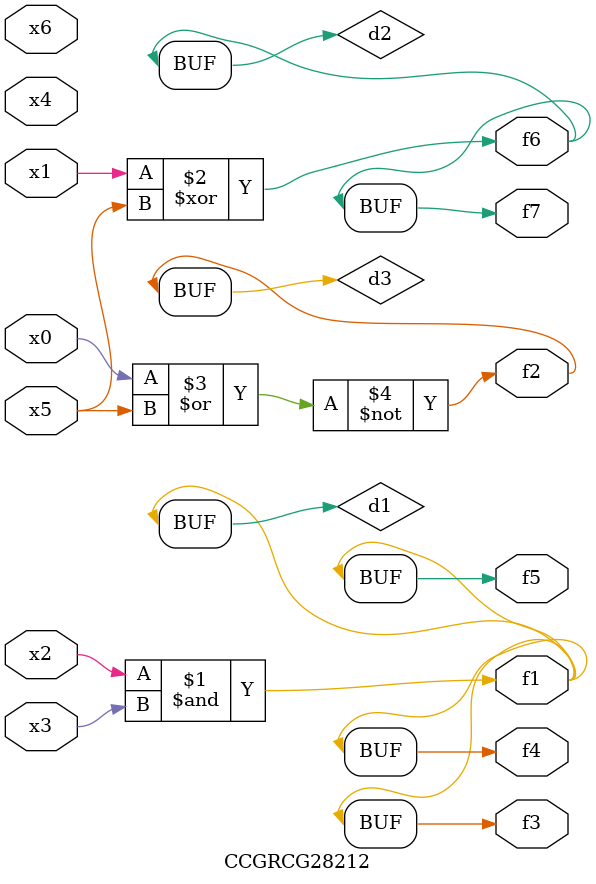
<source format=v>
module CCGRCG28212(
	input x0, x1, x2, x3, x4, x5, x6,
	output f1, f2, f3, f4, f5, f6, f7
);

	wire d1, d2, d3;

	and (d1, x2, x3);
	xor (d2, x1, x5);
	nor (d3, x0, x5);
	assign f1 = d1;
	assign f2 = d3;
	assign f3 = d1;
	assign f4 = d1;
	assign f5 = d1;
	assign f6 = d2;
	assign f7 = d2;
endmodule

</source>
